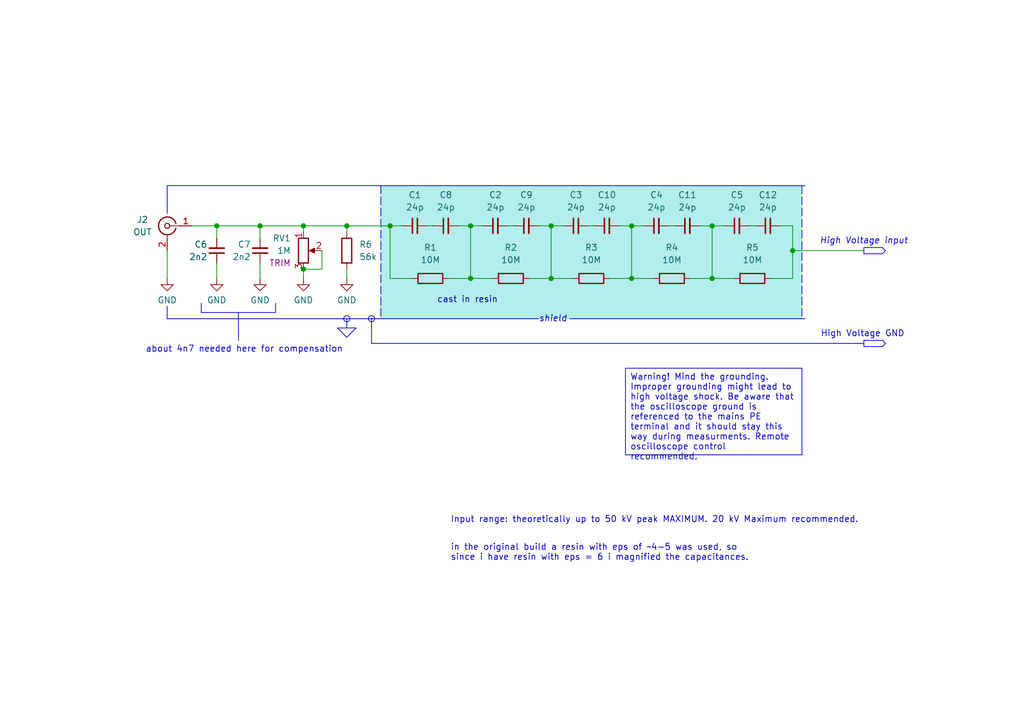
<source format=kicad_sch>
(kicad_sch (version 20231120) (generator "eeschema") (generator_version "8.0")
  (paper "A5")
  (title_block (title "Passive HV probe board") (date "2024-11-17") (rev "1") (company "JSK"))
  (lib_symbols
    (symbol "Connector:Conn_Coaxial" (pin_names (offset 1.016) hide)
      (property "Reference" "J" (at 0.254 3.048 0))
      (property "Value" "Conn_Coaxial" (at 2.921 0 90))
      (symbol "Conn_Coaxial_0_1"
        (arc (start -1.778 -0.508) (mid 0.2311 -1.8066) (end 1.778 0) (stroke (width 0.254)))
        (polyline (pts (xy -2.54 0) (xy -0.508 0)))
        (polyline (pts (xy 0 -2.54) (xy 0 -1.778)))
        (circle (center 0 0) (radius 0.508) (stroke (width 0.2032)))
        (arc (start 1.778 0) (mid 0.2099 1.8101) (end -1.778 0.508) (stroke (width 0.254)))
      )
      (symbol "Conn_Coaxial_1_1"
        (pin passive line (at -5.08 0 0) (length 2.54) (name "In") (number "1"))
        (pin passive line (at 0 -5.08 90) (length 2.54) (name "Ext") (number "2"))
      )
    )
    (symbol "Device:C_Small" (pin_numbers hide) (pin_names (offset 0.254) hide)
      (property "Reference" "C" (at 0.254 1.778 0))
      (property "Value" "C_Small" (at 0.254 -2.032 0))
      (symbol "C_Small_0_1"
        (polyline (pts (xy -1.524 -0.508) (xy 1.524 -0.508)) (stroke (width 0.3302)))
        (polyline (pts (xy -1.524 0.508) (xy 1.524 0.508)) (stroke (width 0.3048)))
      )
      (symbol "C_Small_1_1"
        (pin passive line (at 0 2.54 270) (length 2.032) (name "~") (number "1"))
        (pin passive line (at 0 -2.54 90) (length 2.032) (name "~") (number "2"))
      )
    )
    (symbol "Device:R" (pin_numbers hide) (pin_names (offset 0))
      (property "Reference" "R" (at 2.032 0 90))
      (property "Value" "R" (at 0 0 90))
      (symbol "R_0_1"
        (rectangle (start -1.016 -2.54) (end 1.016 2.54) (stroke (width 0.254)))
      )
      (symbol "R_1_1"
        (pin passive line (at 0 3.81 270) (length 1.27) (name "~") (number "1"))
        (pin passive line (at 0 -3.81 90) (length 1.27) (name "~") (number "2"))
      )
    )
    (symbol "Device:R_Potentiometer" (pin_names (offset 1.016) hide)
      (property "Reference" "RV" (at -4.445 0 90))
      (property "Value" "R_Potentiometer" (at -2.54 0 90))
      (symbol "R_Potentiometer_0_1"
        (polyline (pts (xy 2.54 0) (xy 1.524 0)))
        (polyline (pts (xy 1.143 0) (xy 2.286 0.508) (xy 2.286 -0.508) (xy 1.143 0)) (fill (type outline)))
        (rectangle (start 1.016 2.54) (end -1.016 -2.54) (stroke (width 0.254)))
      )
      (symbol "R_Potentiometer_1_1"
        (pin passive line (at 0 3.81 270) (length 1.27) (name "1") (number "1"))
        (pin passive line (at 3.81 0 180) (length 1.27) (name "2") (number "2"))
        (pin passive line (at 0 -3.81 90) (length 1.27) (name "3") (number "3"))
      )
    )
    (symbol "power:GND" (power) (pin_numbers hide) (pin_names (offset 0) hide)
      (property "Value" "GND" (at 0 -3.81 0))
      (symbol "GND_0_1"
        (polyline (pts (xy 0 0) (xy 0 -1.27) (xy 1.27 -1.27) (xy 0 -2.54) (xy -1.27 -1.27) (xy 0 -1.27)))
      )
      (symbol "GND_1_1"
        (pin power_in line (at 0 0 270) (length 0) (name "~") (number "1"))
      )
    )
  )
  (junction (at 96.52 57.15))
  (junction (at 44.45 46.355))
  (junction (at 80.01 46.355))
  (junction (at 62.23 46.355))
  (junction (at 71.12 46.355))
  (junction (at 113.03 46.355))
  (junction (at 62.23 55.245))
  (junction (at 146.05 57.15))
  (junction (at 162.56 51.435))
  (junction (at 113.03 57.15))
  (junction (at 96.52 46.355))
  (junction (at 146.05 46.355))
  (junction (at 129.54 46.355))
  (junction (at 129.54 57.15))
  (junction (at 53.34 46.355))
  (polyline (pts (xy 34.29 65.405) (xy 110.49 65.405)))
  (wire (pts (xy 44.45 53.975) (xy 44.45 57.15)))
  (polyline (pts (xy 180.34 52.07) (xy 180.975 52.07)))
  (polyline (pts (xy 181.61 70.485) (xy 180.975 69.85)))
  (wire (pts (xy 66.04 55.245) (xy 62.23 55.245)))
  (wire (pts (xy 113.03 57.15) (xy 117.475 57.15)))
  (wire (pts (xy 53.34 46.355) (xy 62.23 46.355)))
  (polyline (pts (xy 34.29 62.865) (xy 34.29 65.405)))
  (wire (pts (xy 120.65 46.355) (xy 121.92 46.355)))
  (wire (pts (xy 148.59 46.355) (xy 146.05 46.355)))
  (wire (pts (xy 66.04 51.435) (xy 66.04 55.245)))
  (polyline (pts (xy 41.275 64.135) (xy 56.515 64.135)))
  (wire (pts (xy 62.23 47.625) (xy 62.23 46.355)))
  (wire (pts (xy 146.05 57.15) (xy 141.605 57.15)))
  (wire (pts (xy 34.29 51.435) (xy 34.29 57.15)))
  (wire (pts (xy 80.01 46.355) (xy 80.01 57.15)))
  (wire (pts (xy 127 46.355) (xy 129.54 46.355)))
  (wire (pts (xy 53.34 46.355) (xy 53.34 48.895)))
  (wire (pts (xy 104.14 46.355) (xy 105.41 46.355)))
  (wire (pts (xy 162.56 51.435) (xy 162.56 57.15)))
  (polyline (pts (xy 180.975 52.07) (xy 181.61 51.435)))
  (polyline (pts (xy 41.275 62.23) (xy 41.275 64.135)))
  (polyline (pts (xy 177.165 50.8) (xy 180.975 50.8)))
  (polyline (pts (xy 48.895 64.135) (xy 48.895 69.85)))
  (wire (pts (xy 162.56 46.355) (xy 162.56 51.435)))
  (wire (pts (xy 53.34 53.975) (xy 53.34 57.15)))
  (polyline (pts (xy 56.515 62.23) (xy 56.515 64.135)))
  (wire (pts (xy 113.03 57.15) (xy 108.585 57.15)))
  (wire (pts (xy 146.05 46.355) (xy 146.05 57.15)))
  (polyline (pts (xy 116.84 65.405) (xy 165.1 65.405)))
  (polyline (pts (xy 71.12 69.215) (xy 73.025 67.31)))
  (polyline (pts (xy 180.34 71.12) (xy 180.975 71.12)))
  (wire (pts (xy 129.54 57.15) (xy 125.095 57.15)))
  (polyline (pts (xy 76.2 70.485) (xy 76.2 65.405)))
  (polyline (pts (xy 177.165 71.12) (xy 180.34 71.12)))
  (polyline (pts (xy 180.975 71.12) (xy 181.61 70.485)))
  (polyline (pts (xy 34.29 38.1) (xy 165.1 38.1)))
  (wire (pts (xy 132.08 46.355) (xy 129.54 46.355)))
  (wire (pts (xy 80.01 57.15) (xy 84.455 57.15)))
  (wire (pts (xy 153.67 46.355) (xy 154.94 46.355)))
  (wire (pts (xy 62.23 46.355) (xy 71.12 46.355)))
  (wire (pts (xy 71.12 47.625) (xy 71.12 46.355)))
  (wire (pts (xy 93.98 46.355) (xy 96.52 46.355)))
  (wire (pts (xy 143.51 46.355) (xy 146.05 46.355)))
  (wire (pts (xy 39.37 46.355) (xy 44.45 46.355)))
  (wire (pts (xy 96.52 57.15) (xy 92.075 57.15)))
  (wire (pts (xy 96.52 57.15) (xy 100.965 57.15)))
  (wire (pts (xy 110.49 46.355) (xy 113.03 46.355)))
  (wire (pts (xy 129.54 46.355) (xy 129.54 57.15)))
  (polyline (pts (xy 69.215 67.31) (xy 73.025 67.31)))
  (wire (pts (xy 82.55 46.355) (xy 80.01 46.355)))
  (polyline (pts (xy 177.165 70.485) (xy 76.2 70.485)))
  (wire (pts (xy 113.03 46.355) (xy 113.03 57.15)))
  (polyline (pts (xy 177.165 50.8) (xy 177.165 52.07)))
  (polyline (pts (xy 71.12 65.405) (xy 71.12 67.31)))
  (wire (pts (xy 87.63 46.355) (xy 88.9 46.355)))
  (wire (pts (xy 44.45 46.355) (xy 53.34 46.355)))
  (polyline (pts (xy 177.165 52.07) (xy 180.34 52.07)))
  (polyline (pts (xy 34.29 38.1) (xy 34.29 43.815)))
  (wire (pts (xy 71.12 55.245) (xy 71.12 57.15)))
  (polyline (pts (xy 69.215 67.31) (xy 71.12 69.215)))
  (wire (pts (xy 71.12 46.355) (xy 80.01 46.355)))
  (wire (pts (xy 115.57 46.355) (xy 113.03 46.355)))
  (wire (pts (xy 99.06 46.355) (xy 96.52 46.355)))
  (wire (pts (xy 62.23 55.245) (xy 62.23 57.15)))
  (polyline (pts (xy 164.465 38.1) (xy 164.465 65.405)) (stroke (width 0) (type dash)))
  (polyline (pts (xy 177.165 69.85) (xy 180.975 69.85)))
  (polyline (pts (xy 78.105 38.1) (xy 78.105 65.405)) (stroke (width 0) (type dash)))
  (polyline (pts (xy 181.61 51.435) (xy 180.975 50.8)))
  (wire (pts (xy 160.02 46.355) (xy 162.56 46.355)))
  (wire (pts (xy 162.56 57.15) (xy 158.115 57.15)))
  (wire (pts (xy 146.05 57.15) (xy 150.495 57.15)))
  (wire (pts (xy 129.54 57.15) (xy 133.985 57.15)))
  (wire (pts (xy 162.56 51.435) (xy 177.165 51.435)))
  (polyline (pts (xy 177.165 69.85) (xy 177.165 71.12)))
  (wire (pts (xy 137.16 46.355) (xy 138.43 46.355)))
  (wire (pts (xy 44.45 46.355) (xy 44.45 48.895)))
  (wire (pts (xy 96.52 46.355) (xy 96.52 57.15)))
  (circle (center 71.12 65.405) (radius 0.635) (fill (type color)))
  (circle (center 76.2 65.405) (radius 0.635) (fill (type color)))
  (rectangle (start 78.105 38.1) (end 164.465 65.405) (stroke (width -0.0001)) (fill (type color) (color 0 194 194 0.3)))
  (text_box "in the original build a resin with eps of ~4-5 was used, so since i have resin with eps = 6 i magnified the capacitances." (at 91.44 110.49 0) (size 66.04 5.715) (stroke (width -0.0001)) (effects (font (size 1.27 1.27)) (justify left top)))
  (text_box "Warning! Mind the grounding. Improper grounding might lead to high voltage shock. Be aware that the oscilloscope ground is referenced to the mains PE terminal and it should stay this way during measurments. Remote oscilloscope control recommended." (at 128.27 75.565 0) (size 36.195 17.78) (effects (font (size 1.27 1.27)) (justify left top)))
  (text_box "Input range: theoretically up to 50 kV peak MAXIMUM. 20 kV Maximum recommended." (at 91.44 104.775 0) (size 105.41 5.715) (stroke (width -0.0001)) (effects (font (size 1.27 1.27)) (justify left top)))
  (text "High Voltage GND" (at 168.275 68.58 0) (effects (font (size 1.27 1.27)) (justify left)))
  (text "about 4n7 needed here for compensation" (at 29.845 71.755 0) (effects (font (size 1.27 1.27)) (justify left)))
  (text "shield" (at 110.49 64.77 0) (effects (font (size 1.27 1.27) (italic yes)) (justify left top)))
  (text "cast in resin" (at 95.885 61.595 0) (effects (font (size 1.27 1.27))))
  (text "High Voltage input" (at 177.165 49.53 0) (effects (font (size 1.27 1.27) (italic yes))))
  (symbol (lib_id "Device:R") (at 137.795 57.15 90) (unit 1)
    (property "Reference" "R4" (at 137.795 50.8 90))
    (property "Value" "10M" (at 137.795 53.34 90))
    (property "Footprint" "Resistor_THT:R_Axial_DIN0918_L18.0mm_D9.0mm_P22.86mm_Horizontal" (effects (hide yes)))
    (property "Datasheet" "https://www.vishay.com/docs/28907/vr25vr37vr68.pdf" (effects (hide yes)))
    (property "Description" "Resistor" (effects (hide yes)))
    (property "MPN" "VR68000001005JAC00" (effects (hide yes)))
    (property "SPN" "594-5073DM10M00J" (effects (hide yes)))
  )
  (symbol (lib_id "Device:C_Small") (at 44.45 51.435 0) (mirror x) (unit 1)
    (property "Reference" "C6" (at 42.545 50.165 0) (effects (justify right)))
    (property "Value" "2n2" (at 42.545 52.7115 0) (effects (justify right)))
    (property "Footprint" "Capacitor_SMD:C_1206_3216Metric_Pad1.33x1.80mm_HandSolder" (effects (hide yes)))
    (property "Datasheet" "https://www.vishay.com/docs/45199/vjcommercialseries.pdf" (effects (hide yes)))
    (property "Description" "Unpolarized capacitor, small symbol" (effects (hide yes)))
    (property "MPN" "Nr prod.: VJ1206A222FFBAT" (effects (hide yes)))
    (property "SPN" "77-VJ1206A222FFBAT" (effects (hide yes)))
  )
  (symbol (lib_id "power:GND") (at 53.34 57.15 0) (unit 1)
    (property "Reference" "#PWR03" (effects (hide yes)))
    (property "Value" "GND" (at 53.34 61.595 0))
    (property "Description" "Power symbol creates a global label with name \"GND\" , ground" (effects (hide yes)))
  )
  (symbol (lib_id "Device:R") (at 121.285 57.15 90) (unit 1)
    (property "Reference" "R3" (at 121.285 50.8 90))
    (property "Value" "10M" (at 121.285 53.34 90))
    (property "Footprint" "Resistor_THT:R_Axial_DIN0918_L18.0mm_D9.0mm_P22.86mm_Horizontal" (effects (hide yes)))
    (property "Datasheet" "https://www.vishay.com/docs/28907/vr25vr37vr68.pdf" (effects (hide yes)))
    (property "Description" "Resistor" (effects (hide yes)))
    (property "MPN" "VR68000001005JAC00" (effects (hide yes)))
    (property "SPN" "594-5073DM10M00J" (effects (hide yes)))
  )
  (symbol (lib_id "power:GND") (at 44.45 57.15 0) (unit 1)
    (property "Reference" "#PWR05" (effects (hide yes)))
    (property "Value" "GND" (at 44.45 61.595 0))
    (property "Description" "Power symbol creates a global label with name \"GND\" , ground" (effects (hide yes)))
  )
  (symbol (lib_id "Device:C_Small") (at 91.44 46.355 90) (unit 1)
    (property "Reference" "C8" (at 91.4463 40.005 90))
    (property "Value" "24p" (at 91.4463 42.545 90))
    (property "Footprint" "Capacitor_THT:C_Disc_D11.0mm_W5.0mm_P10.00mm" (effects (hide yes)))
    (property "Datasheet" "https://www.vishay.com/docs/23118/564r565r.pdf" (effects (hide yes)))
    (property "Description" "Unpolarized capacitor, small symbol" (effects (hide yes)))
    (property "MPN" "564RC0GAJ602EJ240J" (effects (hide yes)))
    (property "SPN" "75-564RC0GAJ602EJ240" (effects (hide yes)))
  )
  (symbol (lib_id "Device:C_Small") (at 157.48 46.355 90) (unit 1)
    (property "Reference" "C12" (at 157.4863 40.005 90))
    (property "Value" "24p" (at 157.4863 42.545 90))
    (property "Footprint" "Capacitor_THT:C_Disc_D11.0mm_W5.0mm_P10.00mm" (effects (hide yes)))
    (property "Datasheet" "https://www.vishay.com/docs/23118/564r565r.pdf" (effects (hide yes)))
    (property "Description" "Unpolarized capacitor, small symbol" (effects (hide yes)))
    (property "MPN" "564RC0GAJ602EJ240J" (effects (hide yes)))
    (property "SPN" "75-564RC0GAJ602EJ240" (effects (hide yes)))
  )
  (symbol (lib_id "Device:C_Small") (at 151.13 46.355 90) (unit 1)
    (property "Reference" "C5" (at 151.1363 40.005 90))
    (property "Value" "24p" (at 151.1363 42.545 90))
    (property "Footprint" "Capacitor_THT:C_Disc_D11.0mm_W5.0mm_P10.00mm" (effects (hide yes)))
    (property "Datasheet" "https://www.vishay.com/docs/23118/564r565r.pdf" (effects (hide yes)))
    (property "Description" "Unpolarized capacitor, small symbol" (effects (hide yes)))
    (property "MPN" "564RC0GAJ602EJ240J" (effects (hide yes)))
    (property "SPN" "75-564RC0GAJ602EJ240" (effects (hide yes)))
  )
  (symbol (lib_id "Device:R") (at 71.12 51.435 180) (unit 1)
    (property "Reference" "R6" (at 73.66 50.1649 0) (effects (justify right)))
    (property "Value" "56k" (at 73.66 52.7049 0) (effects (justify right)))
    (property "Footprint" "Resistor_SMD:R_1206_3216Metric_Pad1.30x1.75mm_HandSolder" (effects (hide yes)))
    (property "Datasheet" "https://www.mouser.pl/datasheet/2/54/cr-1858361.pdf" (effects (hide yes)))
    (property "Description" "Resistor" (effects (hide yes)))
    (property "MPN" "CR1206-FX-5602ELF" (effects (hide yes)))
    (property "SPN" "652-CR1206FX-5602ELF" (effects (hide yes)))
  )
  (symbol (lib_id "Device:C_Small") (at 124.46 46.355 90) (unit 1)
    (property "Reference" "C10" (at 124.4663 40.005 90))
    (property "Value" "24p" (at 124.4663 42.545 90))
    (property "Footprint" "Capacitor_THT:C_Disc_D11.0mm_W5.0mm_P10.00mm" (effects (hide yes)))
    (property "Datasheet" "https://www.vishay.com/docs/23118/564r565r.pdf" (effects (hide yes)))
    (property "Description" "Unpolarized capacitor, small symbol" (effects (hide yes)))
    (property "MPN" "564RC0GAJ602EJ240J" (effects (hide yes)))
    (property "SPN" "75-564RC0GAJ602EJ240" (effects (hide yes)))
  )
  (symbol (lib_id "Device:C_Small") (at 107.95 46.355 90) (unit 1)
    (property "Reference" "C9" (at 107.9563 40.005 90))
    (property "Value" "24p" (at 107.9563 42.545 90))
    (property "Footprint" "Capacitor_THT:C_Disc_D11.0mm_W5.0mm_P10.00mm" (effects (hide yes)))
    (property "Datasheet" "https://www.vishay.com/docs/23118/564r565r.pdf" (effects (hide yes)))
    (property "Description" "Unpolarized capacitor, small symbol" (effects (hide yes)))
    (property "MPN" "564RC0GAJ602EJ240J" (effects (hide yes)))
    (property "SPN" "75-564RC0GAJ602EJ240" (effects (hide yes)))
  )
  (symbol (lib_id "Device:C_Small") (at 85.09 46.355 90) (unit 1)
    (property "Reference" "C1" (at 85.0963 40.005 90))
    (property "Value" "24p" (at 85.0963 42.545 90))
    (property "Footprint" "Capacitor_THT:C_Disc_D11.0mm_W5.0mm_P10.00mm" (effects (hide yes)))
    (property "Datasheet" "https://www.vishay.com/docs/23118/564r565r.pdf" (effects (hide yes)))
    (property "Description" "Unpolarized capacitor, small symbol" (effects (hide yes)))
    (property "MPN" "564RC0GAJ602EJ240J" (effects (hide yes)))
    (property "SPN" "75-564RC0GAJ602EJ240" (effects (hide yes)))
  )
  (symbol (lib_id "Device:C_Small") (at 134.62 46.355 90) (unit 1)
    (property "Reference" "C4" (at 134.6263 40.005 90))
    (property "Value" "24p" (at 134.6263 42.545 90))
    (property "Footprint" "Capacitor_THT:C_Disc_D11.0mm_W5.0mm_P10.00mm" (effects (hide yes)))
    (property "Datasheet" "https://www.vishay.com/docs/23118/564r565r.pdf" (effects (hide yes)))
    (property "Description" "Unpolarized capacitor, small symbol" (effects (hide yes)))
    (property "MPN" "564RC0GAJ602EJ240J" (effects (hide yes)))
    (property "SPN" "75-564RC0GAJ602EJ240" (effects (hide yes)))
  )
  (symbol (lib_id "Device:R") (at 154.305 57.15 90) (unit 1)
    (property "Reference" "R5" (at 154.305 50.8 90))
    (property "Value" "10M" (at 154.305 53.34 90))
    (property "Footprint" "Resistor_THT:R_Axial_DIN0918_L18.0mm_D9.0mm_P22.86mm_Horizontal" (effects (hide yes)))
    (property "Datasheet" "https://www.vishay.com/docs/28907/vr25vr37vr68.pdf" (effects (hide yes)))
    (property "Description" "Resistor" (effects (hide yes)))
    (property "MPN" "VR68000001005JAC00" (effects (hide yes)))
    (property "SPN" "594-5073DM10M00J" (effects (hide yes)))
  )
  (symbol (lib_id "Device:R") (at 104.775 57.15 90) (unit 1)
    (property "Reference" "R2" (at 104.775 50.8 90))
    (property "Value" "10M" (at 104.775 53.34 90))
    (property "Footprint" "Resistor_THT:R_Axial_DIN0918_L18.0mm_D9.0mm_P22.86mm_Horizontal" (effects (hide yes)))
    (property "Datasheet" "https://www.vishay.com/docs/28907/vr25vr37vr68.pdf" (effects (hide yes)))
    (property "Description" "Resistor" (effects (hide yes)))
    (property "MPN" "VR68000001005JAC00" (effects (hide yes)))
    (property "SPN" "594-5073DM10M00J" (effects (hide yes)))
  )
  (symbol (lib_id "power:GND") (at 34.29 57.15 0) (unit 1)
    (property "Reference" "#PWR04" (effects (hide yes)))
    (property "Value" "GND" (at 34.29 61.595 0))
    (property "Description" "Power symbol creates a global label with name \"GND\" , ground" (effects (hide yes)))
  )
  (symbol (lib_id "Device:R_Potentiometer") (at 62.23 51.435 0) (unit 1)
    (property "Reference" "RV1" (at 59.69 48.8949 0) (effects (justify right)))
    (property "Value" "1M" (at 59.69 51.4349 0) (effects (justify right)))
    (property "Footprint" "Potentiometer_THT:Potentiometer_Bourns_3296X_Horizontal" (effects (hide yes)))
    (property "Datasheet" "https://www.mouser.pl/datasheet/2/54/3296-776415.pdf" (effects (hide yes)))
    (property "Description" "Trim the attenuation to be perfetly 10000:1" (effects (hide yes)))
    (property "MPN" "3296Z-1-105LF" (effects (hide yes)))
    (property "SPN" "652-3296Z-1-105LF" (effects (hide yes)))
    (property "Label" "TRIM" (at 59.69 53.9749 0) (effects (justify right)))
  )
  (symbol (lib_id "Device:C_Small") (at 118.11 46.355 90) (unit 1)
    (property "Reference" "C3" (at 118.1163 40.005 90))
    (property "Value" "24p" (at 118.1163 42.545 90))
    (property "Footprint" "Capacitor_THT:C_Disc_D11.0mm_W5.0mm_P10.00mm" (effects (hide yes)))
    (property "Datasheet" "https://www.vishay.com/docs/23118/564r565r.pdf" (effects (hide yes)))
    (property "Description" "Unpolarized capacitor, small symbol" (effects (hide yes)))
    (property "MPN" "564RC0GAJ602EJ240J" (effects (hide yes)))
    (property "SPN" "75-564RC0GAJ602EJ240" (effects (hide yes)))
  )
  (symbol (lib_id "Device:C_Small") (at 140.97 46.355 90) (unit 1)
    (property "Reference" "C11" (at 140.9763 40.005 90))
    (property "Value" "24p" (at 140.9763 42.545 90))
    (property "Footprint" "Capacitor_THT:C_Disc_D11.0mm_W5.0mm_P10.00mm" (effects (hide yes)))
    (property "Datasheet" "https://www.vishay.com/docs/23118/564r565r.pdf" (effects (hide yes)))
    (property "Description" "Unpolarized capacitor, small symbol" (effects (hide yes)))
    (property "MPN" "564RC0GAJ602EJ240J" (effects (hide yes)))
    (property "SPN" "75-564RC0GAJ602EJ240" (effects (hide yes)))
  )
  (symbol (lib_id "power:GND") (at 71.12 57.15 0) (unit 1)
    (property "Reference" "#PWR01" (effects (hide yes)))
    (property "Value" "GND" (at 71.12 61.595 0))
    (property "Description" "Power symbol creates a global label with name \"GND\" , ground" (effects (hide yes)))
  )
  (symbol (lib_id "Device:C_Small") (at 53.34 51.435 0) (mirror x) (unit 1)
    (property "Reference" "C7" (at 51.435 50.165 0) (effects (justify right)))
    (property "Value" "2n2" (at 51.435 52.7115 0) (effects (justify right)))
    (property "Footprint" "Capacitor_SMD:C_1206_3216Metric_Pad1.33x1.80mm_HandSolder" (effects (hide yes)))
    (property "Datasheet" "https://www.vishay.com/docs/45199/vjcommercialseries.pdf" (effects (hide yes)))
    (property "Description" "Unpolarized capacitor, small symbol" (effects (hide yes)))
    (property "MPN" "Nr prod.: VJ1206A222FFBAT" (effects (hide yes)))
    (property "SPN" "77-VJ1206A222FFBAT" (effects (hide yes)))
  )
  (symbol (lib_id "Device:C_Small") (at 101.6 46.355 90) (unit 1)
    (property "Reference" "C2" (at 101.6063 40.005 90))
    (property "Value" "24p" (at 101.6063 42.545 90))
    (property "Footprint" "Capacitor_THT:C_Disc_D11.0mm_W5.0mm_P10.00mm" (effects (hide yes)))
    (property "Datasheet" "https://www.vishay.com/docs/23118/564r565r.pdf" (effects (hide yes)))
    (property "Description" "Unpolarized capacitor, small symbol" (effects (hide yes)))
    (property "MPN" "564RC0GAJ602EJ240J" (effects (hide yes)))
    (property "SPN" "75-564RC0GAJ602EJ240" (effects (hide yes)))
  )
  (symbol (lib_id "power:GND") (at 62.23 57.15 0) (unit 1)
    (property "Reference" "#PWR02" (effects (hide yes)))
    (property "Value" "GND" (at 62.23 61.595 0))
    (property "Description" "Power symbol creates a global label with name \"GND\" , ground" (effects (hide yes)))
  )
  (symbol (lib_id "Device:R") (at 88.265 57.15 90) (unit 1)
    (property "Reference" "R1" (at 88.265 50.8 90))
    (property "Value" "10M" (at 88.265 53.34 90))
    (property "Footprint" "Resistor_THT:R_Axial_DIN0918_L18.0mm_D9.0mm_P22.86mm_Horizontal" (effects (hide yes)))
    (property "Datasheet" "https://www.vishay.com/docs/28907/vr25vr37vr68.pdf" (effects (hide yes)))
    (property "Description" "Resistor" (effects (hide yes)))
    (property "MPN" "VR68000001005JAC00" (effects (hide yes)))
    (property "SPN" "594-5073DM10M00J" (effects (hide yes)))
  )
  (symbol (lib_id "Connector:Conn_Coaxial") (at 34.29 46.355 0) (mirror y) (unit 1)
    (property "Reference" "J2" (at 29.21 45.085 0))
    (property "Value" "OUT" (at 29.21 47.625 0))
    (property "Footprint" "Connector_Coaxial:BNC_Amphenol_B6252HB-NPP3G-50_Horizontal" (effects (hide yes)))
    (property "Datasheet" "https://www.mouser.pl/datasheet/2/18/1/amphs06325_1-2259332.pdf" (effects (hide yes)))
    (property "Description" "coaxial connector (BNC, SMA, SMB, SMC, Cinch/RCA, LEMO, ...)" (effects (hide yes)))
    (property "MPN" "112413" (effects (hide yes)))
    (property "SPN" "523-112413" (effects (hide yes)))
  )
)
</source>
